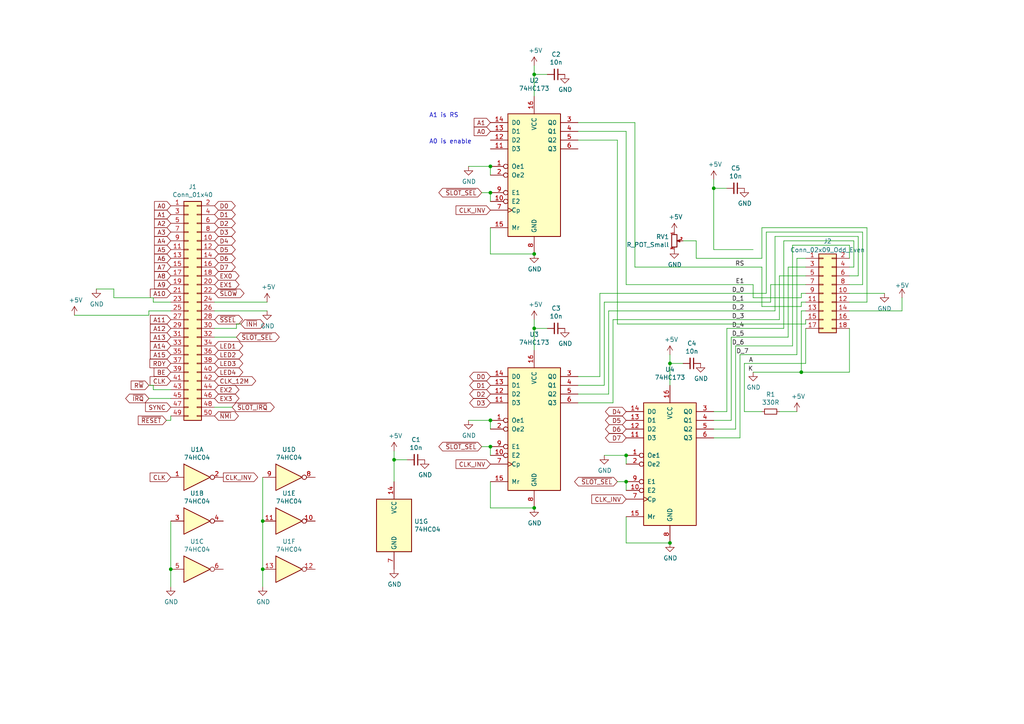
<source format=kicad_sch>
(kicad_sch (version 20211123) (generator eeschema)
  (paper "A4")
  (lib_symbols
    (symbol "74xx:74LS04"
      (property "Reference" "U" (at 0 1.27 0))
      (property "Value" "74LS04" (at 0 -1.27 0))
      (symbol "74LS04_1_0"
        (polyline (pts (xy -3.81 3.81) (xy -3.81 -3.81) (xy 3.81 0) (xy -3.81 3.81)) (stroke (width 0.254)) (fill (type background)))
        (pin input line (at -7.62 0 0) (length 3.81) (name "~") (number "1"))
        (pin output inverted (at 7.62 0 180) (length 3.81) (name "~") (number "2"))
      )
      (symbol "74LS04_2_0"
        (polyline (pts (xy -3.81 3.81) (xy -3.81 -3.81) (xy 3.81 0) (xy -3.81 3.81)) (stroke (width 0.254)) (fill (type background)))
        (pin input line (at -7.62 0 0) (length 3.81) (name "~") (number "3"))
        (pin output inverted (at 7.62 0 180) (length 3.81) (name "~") (number "4"))
      )
      (symbol "74LS04_3_0"
        (polyline (pts (xy -3.81 3.81) (xy -3.81 -3.81) (xy 3.81 0) (xy -3.81 3.81)) (stroke (width 0.254)) (fill (type background)))
        (pin input line (at -7.62 0 0) (length 3.81) (name "~") (number "5"))
        (pin output inverted (at 7.62 0 180) (length 3.81) (name "~") (number "6"))
      )
      (symbol "74LS04_4_0"
        (polyline (pts (xy -3.81 3.81) (xy -3.81 -3.81) (xy 3.81 0) (xy -3.81 3.81)) (stroke (width 0.254)) (fill (type background)))
        (pin output inverted (at 7.62 0 180) (length 3.81) (name "~") (number "8"))
        (pin input line (at -7.62 0 0) (length 3.81) (name "~") (number "9"))
      )
      (symbol "74LS04_5_0"
        (polyline (pts (xy -3.81 3.81) (xy -3.81 -3.81) (xy 3.81 0) (xy -3.81 3.81)) (stroke (width 0.254)) (fill (type background)))
        (pin output inverted (at 7.62 0 180) (length 3.81) (name "~") (number "10"))
        (pin input line (at -7.62 0 0) (length 3.81) (name "~") (number "11"))
      )
      (symbol "74LS04_6_0"
        (polyline (pts (xy -3.81 3.81) (xy -3.81 -3.81) (xy 3.81 0) (xy -3.81 3.81)) (stroke (width 0.254)) (fill (type background)))
        (pin output inverted (at 7.62 0 180) (length 3.81) (name "~") (number "12"))
        (pin input line (at -7.62 0 0) (length 3.81) (name "~") (number "13"))
      )
      (symbol "74LS04_7_0"
        (pin power_in line (at 0 12.7 270) (length 5.08) (name "VCC") (number "14"))
        (pin power_in line (at 0 -12.7 90) (length 5.08) (name "GND") (number "7"))
      )
      (symbol "74LS04_7_1"
        (rectangle (start -5.08 7.62) (end 5.08 -7.62) (stroke (width 0.254)) (fill (type background)))
      )
    )
    (symbol "74xx:74LS173" (pin_names (offset 1.016))
      (property "Reference" "U" (at -7.62 19.05 0))
      (property "Value" "74LS173" (at -7.62 -19.05 0))
      (symbol "74LS173_1_0"
        (pin input inverted (at -12.7 2.54 0) (length 5.08) (name "Oe1") (number "1"))
        (pin input inverted (at -12.7 -7.62 0) (length 5.08) (name "E2") (number "10"))
        (pin input line (at -12.7 7.62 0) (length 5.08) (name "D3") (number "11"))
        (pin input line (at -12.7 10.16 0) (length 5.08) (name "D2") (number "12"))
        (pin input line (at -12.7 12.7 0) (length 5.08) (name "D1") (number "13"))
        (pin input line (at -12.7 15.24 0) (length 5.08) (name "D0") (number "14"))
        (pin input line (at -12.7 -15.24 0) (length 5.08) (name "Mr") (number "15"))
        (pin power_in line (at 0 22.86 270) (length 5.08) (name "VCC") (number "16"))
        (pin input inverted (at -12.7 0 0) (length 5.08) (name "Oe2") (number "2"))
        (pin tri_state line (at 12.7 15.24 180) (length 5.08) (name "Q0") (number "3"))
        (pin tri_state line (at 12.7 12.7 180) (length 5.08) (name "Q1") (number "4"))
        (pin tri_state line (at 12.7 10.16 180) (length 5.08) (name "Q2") (number "5"))
        (pin tri_state line (at 12.7 7.62 180) (length 5.08) (name "Q3") (number "6"))
        (pin input clock (at -12.7 -10.16 0) (length 5.08) (name "Cp") (number "7"))
        (pin power_in line (at 0 -22.86 90) (length 5.08) (name "GND") (number "8"))
        (pin input inverted (at -12.7 -5.08 0) (length 5.08) (name "E1") (number "9"))
      )
      (symbol "74LS173_1_1"
        (rectangle (start -7.62 17.78) (end 7.62 -17.78) (stroke (width 0.254)) (fill (type background)))
      )
    )
    (symbol "Connector_Generic:Conn_02x09_Odd_Even" (pin_names (offset 1.016) hide)
      (property "Reference" "J" (at 1.27 12.7 0))
      (property "Value" "Conn_02x09_Odd_Even" (at 1.27 -12.7 0))
      (symbol "Conn_02x09_Odd_Even_1_1"
        (rectangle (start -1.27 -10.033) (end 0 -10.287) (stroke (width 0.1524)))
        (rectangle (start -1.27 -7.493) (end 0 -7.747) (stroke (width 0.1524)))
        (rectangle (start -1.27 -4.953) (end 0 -5.207) (stroke (width 0.1524)))
        (rectangle (start -1.27 -2.413) (end 0 -2.667) (stroke (width 0.1524)))
        (rectangle (start -1.27 0.127) (end 0 -0.127) (stroke (width 0.1524)))
        (rectangle (start -1.27 2.667) (end 0 2.413) (stroke (width 0.1524)))
        (rectangle (start -1.27 5.207) (end 0 4.953) (stroke (width 0.1524)))
        (rectangle (start -1.27 7.747) (end 0 7.493) (stroke (width 0.1524)))
        (rectangle (start -1.27 10.287) (end 0 10.033) (stroke (width 0.1524)))
        (rectangle (start -1.27 11.43) (end 3.81 -11.43) (stroke (width 0.254)) (fill (type background)))
        (rectangle (start 3.81 -10.033) (end 2.54 -10.287) (stroke (width 0.1524)))
        (rectangle (start 3.81 -7.493) (end 2.54 -7.747) (stroke (width 0.1524)))
        (rectangle (start 3.81 -4.953) (end 2.54 -5.207) (stroke (width 0.1524)))
        (rectangle (start 3.81 -2.413) (end 2.54 -2.667) (stroke (width 0.1524)))
        (rectangle (start 3.81 0.127) (end 2.54 -0.127) (stroke (width 0.1524)))
        (rectangle (start 3.81 2.667) (end 2.54 2.413) (stroke (width 0.1524)))
        (rectangle (start 3.81 5.207) (end 2.54 4.953) (stroke (width 0.1524)))
        (rectangle (start 3.81 7.747) (end 2.54 7.493) (stroke (width 0.1524)))
        (rectangle (start 3.81 10.287) (end 2.54 10.033) (stroke (width 0.1524)))
        (pin passive line (at -5.08 10.16 0) (length 3.81) (name "Pin_1") (number "1"))
        (pin passive line (at 7.62 0 180) (length 3.81) (name "Pin_10") (number "10"))
        (pin passive line (at -5.08 -2.54 0) (length 3.81) (name "Pin_11") (number "11"))
        (pin passive line (at 7.62 -2.54 180) (length 3.81) (name "Pin_12") (number "12"))
        (pin passive line (at -5.08 -5.08 0) (length 3.81) (name "Pin_13") (number "13"))
        (pin passive line (at 7.62 -5.08 180) (length 3.81) (name "Pin_14") (number "14"))
        (pin passive line (at -5.08 -7.62 0) (length 3.81) (name "Pin_15") (number "15"))
        (pin passive line (at 7.62 -7.62 180) (length 3.81) (name "Pin_16") (number "16"))
        (pin passive line (at -5.08 -10.16 0) (length 3.81) (name "Pin_17") (number "17"))
        (pin passive line (at 7.62 -10.16 180) (length 3.81) (name "Pin_18") (number "18"))
        (pin passive line (at 7.62 10.16 180) (length 3.81) (name "Pin_2") (number "2"))
        (pin passive line (at -5.08 7.62 0) (length 3.81) (name "Pin_3") (number "3"))
        (pin passive line (at 7.62 7.62 180) (length 3.81) (name "Pin_4") (number "4"))
        (pin passive line (at -5.08 5.08 0) (length 3.81) (name "Pin_5") (number "5"))
        (pin passive line (at 7.62 5.08 180) (length 3.81) (name "Pin_6") (number "6"))
        (pin passive line (at -5.08 2.54 0) (length 3.81) (name "Pin_7") (number "7"))
        (pin passive line (at 7.62 2.54 180) (length 3.81) (name "Pin_8") (number "8"))
        (pin passive line (at -5.08 0 0) (length 3.81) (name "Pin_9") (number "9"))
      )
    )
    (symbol "Connector_Generic:Conn_02x25_Odd_Even" (pin_names (offset 1.016) hide)
      (property "Reference" "J" (at 1.27 33.02 0))
      (property "Value" "Conn_02x25_Odd_Even" (at 1.27 -33.02 0))
      (symbol "Conn_02x25_Odd_Even_1_1"
        (rectangle (start -1.27 -30.353) (end 0 -30.607) (stroke (width 0.1524)))
        (rectangle (start -1.27 -27.813) (end 0 -28.067) (stroke (width 0.1524)))
        (rectangle (start -1.27 -25.273) (end 0 -25.527) (stroke (width 0.1524)))
        (rectangle (start -1.27 -22.733) (end 0 -22.987) (stroke (width 0.1524)))
        (rectangle (start -1.27 -20.193) (end 0 -20.447) (stroke (width 0.1524)))
        (rectangle (start -1.27 -17.653) (end 0 -17.907) (stroke (width 0.1524)))
        (rectangle (start -1.27 -15.113) (end 0 -15.367) (stroke (width 0.1524)))
        (rectangle (start -1.27 -12.573) (end 0 -12.827) (stroke (width 0.1524)))
        (rectangle (start -1.27 -10.033) (end 0 -10.287) (stroke (width 0.1524)))
        (rectangle (start -1.27 -7.493) (end 0 -7.747) (stroke (width 0.1524)))
        (rectangle (start -1.27 -4.953) (end 0 -5.207) (stroke (width 0.1524)))
        (rectangle (start -1.27 -2.413) (end 0 -2.667) (stroke (width 0.1524)))
        (rectangle (start -1.27 0.127) (end 0 -0.127) (stroke (width 0.1524)))
        (rectangle (start -1.27 2.667) (end 0 2.413) (stroke (width 0.1524)))
        (rectangle (start -1.27 5.207) (end 0 4.953) (stroke (width 0.1524)))
        (rectangle (start -1.27 7.747) (end 0 7.493) (stroke (width 0.1524)))
        (rectangle (start -1.27 10.287) (end 0 10.033) (stroke (width 0.1524)))
        (rectangle (start -1.27 12.827) (end 0 12.573) (stroke (width 0.1524)))
        (rectangle (start -1.27 15.367) (end 0 15.113) (stroke (width 0.1524)))
        (rectangle (start -1.27 17.907) (end 0 17.653) (stroke (width 0.1524)))
        (rectangle (start -1.27 20.447) (end 0 20.193) (stroke (width 0.1524)))
        (rectangle (start -1.27 22.987) (end 0 22.733) (stroke (width 0.1524)))
        (rectangle (start -1.27 25.527) (end 0 25.273) (stroke (width 0.1524)))
        (rectangle (start -1.27 28.067) (end 0 27.813) (stroke (width 0.1524)))
        (rectangle (start -1.27 30.607) (end 0 30.353) (stroke (width 0.1524)))
        (rectangle (start -1.27 31.75) (end 3.81 -31.75) (stroke (width 0.254)) (fill (type background)))
        (rectangle (start 3.81 -30.353) (end 2.54 -30.607) (stroke (width 0.1524)))
        (rectangle (start 3.81 -27.813) (end 2.54 -28.067) (stroke (width 0.1524)))
        (rectangle (start 3.81 -25.273) (end 2.54 -25.527) (stroke (width 0.1524)))
        (rectangle (start 3.81 -22.733) (end 2.54 -22.987) (stroke (width 0.1524)))
        (rectangle (start 3.81 -20.193) (end 2.54 -20.447) (stroke (width 0.1524)))
        (rectangle (start 3.81 -17.653) (end 2.54 -17.907) (stroke (width 0.1524)))
        (rectangle (start 3.81 -15.113) (end 2.54 -15.367) (stroke (width 0.1524)))
        (rectangle (start 3.81 -12.573) (end 2.54 -12.827) (stroke (width 0.1524)))
        (rectangle (start 3.81 -10.033) (end 2.54 -10.287) (stroke (width 0.1524)))
        (rectangle (start 3.81 -7.493) (end 2.54 -7.747) (stroke (width 0.1524)))
        (rectangle (start 3.81 -4.953) (end 2.54 -5.207) (stroke (width 0.1524)))
        (rectangle (start 3.81 -2.413) (end 2.54 -2.667) (stroke (width 0.1524)))
        (rectangle (start 3.81 0.127) (end 2.54 -0.127) (stroke (width 0.1524)))
        (rectangle (start 3.81 2.667) (end 2.54 2.413) (stroke (width 0.1524)))
        (rectangle (start 3.81 5.207) (end 2.54 4.953) (stroke (width 0.1524)))
        (rectangle (start 3.81 7.747) (end 2.54 7.493) (stroke (width 0.1524)))
        (rectangle (start 3.81 10.287) (end 2.54 10.033) (stroke (width 0.1524)))
        (rectangle (start 3.81 12.827) (end 2.54 12.573) (stroke (width 0.1524)))
        (rectangle (start 3.81 15.367) (end 2.54 15.113) (stroke (width 0.1524)))
        (rectangle (start 3.81 17.907) (end 2.54 17.653) (stroke (width 0.1524)))
        (rectangle (start 3.81 20.447) (end 2.54 20.193) (stroke (width 0.1524)))
        (rectangle (start 3.81 22.987) (end 2.54 22.733) (stroke (width 0.1524)))
        (rectangle (start 3.81 25.527) (end 2.54 25.273) (stroke (width 0.1524)))
        (rectangle (start 3.81 28.067) (end 2.54 27.813) (stroke (width 0.1524)))
        (rectangle (start 3.81 30.607) (end 2.54 30.353) (stroke (width 0.1524)))
        (pin passive line (at -5.08 30.48 0) (length 3.81) (name "Pin_1") (number "1"))
        (pin passive line (at 7.62 20.32 180) (length 3.81) (name "Pin_10") (number "10"))
        (pin passive line (at -5.08 17.78 0) (length 3.81) (name "Pin_11") (number "11"))
        (pin passive line (at 7.62 17.78 180) (length 3.81) (name "Pin_12") (number "12"))
        (pin passive line (at -5.08 15.24 0) (length 3.81) (name "Pin_13") (number "13"))
        (pin passive line (at 7.62 15.24 180) (length 3.81) (name "Pin_14") (number "14"))
        (pin passive line (at -5.08 12.7 0) (length 3.81) (name "Pin_15") (number "15"))
        (pin passive line (at 7.62 12.7 180) (length 3.81) (name "Pin_16") (number "16"))
        (pin passive line (at -5.08 10.16 0) (length 3.81) (name "Pin_17") (number "17"))
        (pin passive line (at 7.62 10.16 180) (length 3.81) (name "Pin_18") (number "18"))
        (pin passive line (at -5.08 7.62 0) (length 3.81) (name "Pin_19") (number "19"))
        (pin passive line (at 7.62 30.48 180) (length 3.81) (name "Pin_2") (number "2"))
        (pin passive line (at 7.62 7.62 180) (length 3.81) (name "Pin_20") (number "20"))
        (pin passive line (at -5.08 5.08 0) (length 3.81) (name "Pin_21") (number "21"))
        (pin passive line (at 7.62 5.08 180) (length 3.81) (name "Pin_22") (number "22"))
        (pin passive line (at -5.08 2.54 0) (length 3.81) (name "Pin_23") (number "23"))
        (pin passive line (at 7.62 2.54 180) (length 3.81) (name "Pin_24") (number "24"))
        (pin passive line (at -5.08 0 0) (length 3.81) (name "Pin_25") (number "25"))
        (pin passive line (at 7.62 0 180) (length 3.81) (name "Pin_26") (number "26"))
        (pin passive line (at -5.08 -2.54 0) (length 3.81) (name "Pin_27") (number "27"))
        (pin passive line (at 7.62 -2.54 180) (length 3.81) (name "Pin_28") (number "28"))
        (pin passive line (at -5.08 -5.08 0) (length 3.81) (name "Pin_29") (number "29"))
        (pin passive line (at -5.08 27.94 0) (length 3.81) (name "Pin_3") (number "3"))
        (pin passive line (at 7.62 -5.08 180) (length 3.81) (name "Pin_30") (number "30"))
        (pin passive line (at -5.08 -7.62 0) (length 3.81) (name "Pin_31") (number "31"))
        (pin passive line (at 7.62 -7.62 180) (length 3.81) (name "Pin_32") (number "32"))
        (pin passive line (at -5.08 -10.16 0) (length 3.81) (name "Pin_33") (number "33"))
        (pin passive line (at 7.62 -10.16 180) (length 3.81) (name "Pin_34") (number "34"))
        (pin passive line (at -5.08 -12.7 0) (length 3.81) (name "Pin_35") (number "35"))
        (pin passive line (at 7.62 -12.7 180) (length 3.81) (name "Pin_36") (number "36"))
        (pin passive line (at -5.08 -15.24 0) (length 3.81) (name "Pin_37") (number "37"))
        (pin passive line (at 7.62 -15.24 180) (length 3.81) (name "Pin_38") (number "38"))
        (pin passive line (at -5.08 -17.78 0) (length 3.81) (name "Pin_39") (number "39"))
        (pin passive line (at 7.62 27.94 180) (length 3.81) (name "Pin_4") (number "4"))
        (pin passive line (at 7.62 -17.78 180) (length 3.81) (name "Pin_40") (number "40"))
        (pin passive line (at -5.08 -20.32 0) (length 3.81) (name "Pin_41") (number "41"))
        (pin passive line (at 7.62 -20.32 180) (length 3.81) (name "Pin_42") (number "42"))
        (pin passive line (at -5.08 -22.86 0) (length 3.81) (name "Pin_43") (number "43"))
        (pin passive line (at 7.62 -22.86 180) (length 3.81) (name "Pin_44") (number "44"))
        (pin passive line (at -5.08 -25.4 0) (length 3.81) (name "Pin_45") (number "45"))
        (pin passive line (at 7.62 -25.4 180) (length 3.81) (name "Pin_46") (number "46"))
        (pin passive line (at -5.08 -27.94 0) (length 3.81) (name "Pin_47") (number "47"))
        (pin passive line (at 7.62 -27.94 180) (length 3.81) (name "Pin_48") (number "48"))
        (pin passive line (at -5.08 -30.48 0) (length 3.81) (name "Pin_49") (number "49"))
        (pin passive line (at -5.08 25.4 0) (length 3.81) (name "Pin_5") (number "5"))
        (pin passive line (at 7.62 -30.48 180) (length 3.81) (name "Pin_50") (number "50"))
        (pin passive line (at 7.62 25.4 180) (length 3.81) (name "Pin_6") (number "6"))
        (pin passive line (at -5.08 22.86 0) (length 3.81) (name "Pin_7") (number "7"))
        (pin passive line (at 7.62 22.86 180) (length 3.81) (name "Pin_8") (number "8"))
        (pin passive line (at -5.08 20.32 0) (length 3.81) (name "Pin_9") (number "9"))
      )
    )
    (symbol "Device:C_Small" (pin_numbers hide) (pin_names (offset 0.254) hide)
      (property "Reference" "C" (at 0.254 1.778 0))
      (property "Value" "C_Small" (at 0.254 -2.032 0))
      (symbol "C_Small_0_1"
        (polyline (pts (xy -1.524 -0.508) (xy 1.524 -0.508)) (stroke (width 0.3302)))
        (polyline (pts (xy -1.524 0.508) (xy 1.524 0.508)) (stroke (width 0.3048)))
      )
      (symbol "C_Small_1_1"
        (pin passive line (at 0 2.54 270) (length 2.032) (name "~") (number "1"))
        (pin passive line (at 0 -2.54 90) (length 2.032) (name "~") (number "2"))
      )
    )
    (symbol "Device:R_POT_Small" (pin_names (offset 1.016) hide)
      (property "Reference" "RV" (at -4.445 0 90))
      (property "Value" "Device_R_POT_Small" (at -2.54 0 90))
      (symbol "R_POT_Small_0_1"
        (polyline (pts (xy 0.889 0) (xy 0.635 0) (xy 1.651 0.381) (xy 1.651 -0.381) (xy 0.635 0) (xy 0.889 0)) (fill (type outline)))
        (rectangle (start 0.762 1.8034) (end -0.762 -1.8034) (stroke (width 0.254)))
      )
      (symbol "R_POT_Small_1_1"
        (pin passive line (at 0 2.54 270) (length 0.635) (name "1") (number "1"))
        (pin passive line (at 2.54 0 180) (length 0.9906) (name "2") (number "2"))
        (pin passive line (at 0 -2.54 90) (length 0.635) (name "3") (number "3"))
      )
    )
    (symbol "Device:R_Small" (pin_numbers hide) (pin_names (offset 0.254) hide)
      (property "Reference" "R" (at 0.762 0.508 0))
      (property "Value" "R_Small" (at 0.762 -1.016 0))
      (symbol "R_Small_0_1"
        (rectangle (start -0.762 1.778) (end 0.762 -1.778) (stroke (width 0.2032)))
      )
      (symbol "R_Small_1_1"
        (pin passive line (at 0 2.54 270) (length 0.762) (name "~") (number "1"))
        (pin passive line (at 0 -2.54 90) (length 0.762) (name "~") (number "2"))
      )
    )
    (symbol "power:+5V" (power) (pin_names (offset 0))
      (property "Value" "+5V" (at 0 3.556 0))
      (symbol "+5V_0_1"
        (polyline (pts (xy -0.762 1.27) (xy 0 2.54)))
        (polyline (pts (xy 0 0) (xy 0 2.54)))
        (polyline (pts (xy 0 2.54) (xy 0.762 1.27)))
      )
      (symbol "+5V_1_1"
        (pin power_in line (at 0 0 90) (length 0) hide (name "+5V") (number "1"))
      )
    )
    (symbol "power:GND" (power) (pin_names (offset 0))
      (property "Value" "GND" (at 0 -3.81 0))
      (symbol "GND_0_1"
        (polyline (pts (xy 0 0) (xy 0 -1.27) (xy 1.27 -1.27) (xy 0 -2.54) (xy -1.27 -1.27) (xy 0 -1.27)))
      )
      (symbol "GND_1_1"
        (pin power_in line (at 0 0 270) (length 0) hide (name "GND") (number "1"))
      )
    )
  )
  (junction (at 142.24 48.26))
  (junction (at 194.31 157.48))
  (junction (at 194.31 105.41))
  (junction (at 154.94 73.66))
  (junction (at 232.41 107.95))
  (junction (at 114.3 133.35))
  (junction (at 142.24 55.88))
  (junction (at 49.53 165.1))
  (junction (at 76.2 165.1))
  (junction (at 76.2 151.13))
  (junction (at 142.24 129.54))
  (junction (at 181.61 139.7))
  (junction (at 181.61 132.08))
  (junction (at 207.01 54.61))
  (junction (at 142.24 121.92))
  (junction (at 154.94 147.32))
  (junction (at 154.94 95.25))
  (junction (at 154.94 21.59))
  (wire (pts (xy 184.15 77.47) (xy 184.15 35.56)))
  (wire (pts (xy 179.07 93.98) (xy 179.07 40.64)))
  (wire (pts (xy 44.45 111.76) (xy 44.45 113.03)))
  (wire (pts (xy 176.53 90.17) (xy 176.53 114.3)))
  (wire (pts (xy 181.61 38.1) (xy 181.61 82.55)))
  (wire (pts (xy 184.15 77.47) (xy 220.98 77.47)))
  (wire (pts (xy 142.24 55.88) (xy 139.7 55.88)))
  (wire (pts (xy 33.02 86.36) (xy 33.02 83.82)))
  (wire (pts (xy 210.82 119.38) (xy 210.82 95.25)))
  (wire (pts (xy 33.02 83.82) (xy 27.94 83.82)))
  (wire (pts (xy 223.52 82.55) (xy 223.52 87.63)))
  (wire (pts (xy 181.61 157.48) (xy 194.31 157.48)))
  (wire (pts (xy 246.38 80.01) (xy 248.92 80.01)))
  (wire (pts (xy 233.68 80.01) (xy 226.06 80.01)))
  (wire (pts (xy 261.62 90.17) (xy 261.62 86.36)))
  (wire (pts (xy 232.41 90.17) (xy 232.41 107.95)))
  (wire (pts (xy 232.41 85.09) (xy 233.68 85.09)))
  (wire (pts (xy 158.75 21.59) (xy 154.94 21.59)))
  (wire (pts (xy 233.68 90.17) (xy 232.41 90.17)))
  (wire (pts (xy 207.01 54.61) (xy 207.01 72.39)))
  (wire (pts (xy 44.45 113.03) (xy 49.53 113.03)))
  (wire (pts (xy 118.11 133.35) (xy 114.3 133.35)))
  (wire (pts (xy 177.8 92.71) (xy 177.8 116.84)))
  (wire (pts (xy 62.23 90.17) (xy 77.47 90.17)))
  (wire (pts (xy 214.63 127) (xy 207.01 127)))
  (wire (pts (xy 231.14 74.93) (xy 231.14 102.87)))
  (wire (pts (xy 207.01 121.92) (xy 212.09 121.92)))
  (wire (pts (xy 233.68 74.93) (xy 231.14 74.93)))
  (wire (pts (xy 248.92 68.58) (xy 224.79 68.58)))
  (wire (pts (xy 212.09 97.79) (xy 228.6 97.79)))
  (wire (pts (xy 21.59 91.44) (xy 43.18 91.44)))
  (wire (pts (xy 198.12 105.41) (xy 194.31 105.41)))
  (wire (pts (xy 201.93 74.93) (xy 201.93 69.85)))
  (wire (pts (xy 210.82 54.61) (xy 207.01 54.61)))
  (wire (pts (xy 250.19 82.55) (xy 250.19 67.31)))
  (wire (pts (xy 218.44 82.55) (xy 181.61 82.55)))
  (wire (pts (xy 142.24 66.04) (xy 142.24 73.66)))
  (wire (pts (xy 181.61 132.08) (xy 181.61 134.62)))
  (wire (pts (xy 251.46 87.63) (xy 246.38 87.63)))
  (wire (pts (xy 67.31 118.11) (xy 62.23 118.11)))
  (wire (pts (xy 207.01 119.38) (xy 210.82 119.38)))
  (wire (pts (xy 201.93 74.93) (xy 220.98 74.93)))
  (wire (pts (xy 76.2 151.13) (xy 76.2 138.43)))
  (wire (pts (xy 213.36 100.33) (xy 229.87 100.33)))
  (wire (pts (xy 44.45 87.63) (xy 49.53 87.63)))
  (wire (pts (xy 194.31 105.41) (xy 194.31 102.87)))
  (wire (pts (xy 233.68 92.71) (xy 233.68 93.98)))
  (wire (pts (xy 135.89 121.92) (xy 142.24 121.92)))
  (wire (pts (xy 218.44 82.55) (xy 218.44 86.36)))
  (wire (pts (xy 246.38 107.95) (xy 232.41 107.95)))
  (wire (pts (xy 227.33 69.85) (xy 227.33 95.25)))
  (wire (pts (xy 142.24 121.92) (xy 142.24 124.46)))
  (wire (pts (xy 175.26 132.08) (xy 181.61 132.08)))
  (wire (pts (xy 62.23 87.63) (xy 77.47 87.63)))
  (wire (pts (xy 212.09 121.92) (xy 212.09 97.79)))
  (wire (pts (xy 181.61 149.86) (xy 181.61 157.48)))
  (wire (pts (xy 218.44 72.39) (xy 207.01 72.39)))
  (wire (pts (xy 179.07 40.64) (xy 167.64 40.64)))
  (wire (pts (xy 247.65 69.85) (xy 227.33 69.85)))
  (wire (pts (xy 181.61 142.24) (xy 181.61 139.7)))
  (wire (pts (xy 247.65 77.47) (xy 247.65 69.85)))
  (wire (pts (xy 48.26 121.92) (xy 49.53 121.92)))
  (wire (pts (xy 177.8 92.71) (xy 226.06 92.71)))
  (wire (pts (xy 69.85 93.98) (xy 68.58 93.98)))
  (wire (pts (xy 175.26 87.63) (xy 223.52 87.63)))
  (wire (pts (xy 213.36 124.46) (xy 213.36 100.33)))
  (wire (pts (xy 215.9 105.41) (xy 233.68 105.41)))
  (wire (pts (xy 43.18 91.44) (xy 43.18 90.17)))
  (wire (pts (xy 233.68 87.63) (xy 232.41 87.63)))
  (wire (pts (xy 181.61 139.7) (xy 179.07 139.7)))
  (wire (pts (xy 142.24 129.54) (xy 139.7 129.54)))
  (wire (pts (xy 246.38 95.25) (xy 246.38 107.95)))
  (wire (pts (xy 232.41 107.95) (xy 218.44 107.95)))
  (wire (pts (xy 224.79 68.58) (xy 224.79 90.17)))
  (wire (pts (xy 218.44 86.36) (xy 232.41 86.36)))
  (wire (pts (xy 194.31 111.76) (xy 194.31 105.41)))
  (wire (pts (xy 44.45 87.63) (xy 44.45 86.36)))
  (wire (pts (xy 207.01 124.46) (xy 213.36 124.46)))
  (wire (pts (xy 49.53 121.92) (xy 49.53 120.65)))
  (wire (pts (xy 49.53 90.17) (xy 43.18 90.17)))
  (wire (pts (xy 231.14 119.38) (xy 226.06 119.38)))
  (wire (pts (xy 246.38 71.12) (xy 229.87 71.12)))
  (wire (pts (xy 233.68 77.47) (xy 228.6 77.47)))
  (wire (pts (xy 246.38 90.17) (xy 261.62 90.17)))
  (wire (pts (xy 214.63 102.87) (xy 214.63 127)))
  (wire (pts (xy 246.38 74.93) (xy 246.38 71.12)))
  (wire (pts (xy 220.98 119.38) (xy 215.9 119.38)))
  (wire (pts (xy 220.98 88.9) (xy 220.98 77.47)))
  (wire (pts (xy 222.25 67.31) (xy 222.25 85.09)))
  (wire (pts (xy 167.64 111.76) (xy 175.26 111.76)))
  (wire (pts (xy 76.2 170.18) (xy 76.2 165.1)))
  (wire (pts (xy 142.24 139.7) (xy 142.24 147.32)))
  (wire (pts (xy 246.38 82.55) (xy 250.19 82.55)))
  (wire (pts (xy 154.94 27.94) (xy 154.94 21.59)))
  (wire (pts (xy 246.38 77.47) (xy 247.65 77.47)))
  (wire (pts (xy 177.8 116.84) (xy 167.64 116.84)))
  (wire (pts (xy 173.99 109.22) (xy 167.64 109.22)))
  (wire (pts (xy 176.53 90.17) (xy 224.79 90.17)))
  (wire (pts (xy 68.58 97.79) (xy 62.23 97.79)))
  (wire (pts (xy 232.41 86.36) (xy 232.41 85.09)))
  (wire (pts (xy 114.3 139.7) (xy 114.3 133.35)))
  (wire (pts (xy 210.82 95.25) (xy 227.33 95.25)))
  (wire (pts (xy 233.68 93.98) (xy 179.07 93.98)))
  (wire (pts (xy 154.94 101.6) (xy 154.94 95.25)))
  (wire (pts (xy 226.06 80.01) (xy 226.06 92.71)))
  (wire (pts (xy 68.58 93.98) (xy 68.58 95.25)))
  (wire (pts (xy 175.26 111.76) (xy 175.26 87.63)))
  (wire (pts (xy 229.87 71.12) (xy 229.87 100.33)))
  (wire (pts (xy 142.24 48.26) (xy 142.24 50.8)))
  (wire (pts (xy 142.24 73.66) (xy 154.94 73.66)))
  (wire (pts (xy 246.38 85.09) (xy 256.54 85.09)))
  (wire (pts (xy 154.94 95.25) (xy 154.94 92.71)))
  (wire (pts (xy 114.3 133.35) (xy 114.3 130.81)))
  (wire (pts (xy 233.68 82.55) (xy 223.52 82.55)))
  (wire (pts (xy 250.19 67.31) (xy 222.25 67.31)))
  (wire (pts (xy 68.58 95.25) (xy 62.23 95.25)))
  (wire (pts (xy 154.94 21.59) (xy 154.94 19.05)))
  (wire (pts (xy 214.63 102.87) (xy 231.14 102.87)))
  (wire (pts (xy 184.15 35.56) (xy 167.64 35.56)))
  (wire (pts (xy 233.68 95.25) (xy 233.68 105.41)))
  (wire (pts (xy 228.6 77.47) (xy 228.6 97.79)))
  (wire (pts (xy 176.53 114.3) (xy 167.64 114.3)))
  (wire (pts (xy 215.9 119.38) (xy 215.9 105.41)))
  (wire (pts (xy 43.18 111.76) (xy 44.45 111.76)))
  (wire (pts (xy 173.99 85.09) (xy 222.25 85.09)))
  (wire (pts (xy 142.24 147.32) (xy 154.94 147.32)))
  (wire (pts (xy 43.18 115.57) (xy 49.53 115.57)))
  (wire (pts (xy 232.41 88.9) (xy 220.98 88.9)))
  (wire (pts (xy 248.92 80.01) (xy 248.92 68.58)))
  (wire (pts (xy 232.41 87.63) (xy 232.41 88.9)))
  (wire (pts (xy 142.24 132.08) (xy 142.24 129.54)))
  (wire (pts (xy 220.98 74.93) (xy 220.98 66.04)))
  (wire (pts (xy 158.75 95.25) (xy 154.94 95.25)))
  (wire (pts (xy 76.2 165.1) (xy 76.2 151.13)))
  (wire (pts (xy 33.02 86.36) (xy 44.45 86.36)))
  (wire (pts (xy 207.01 54.61) (xy 207.01 52.07)))
  (wire (pts (xy 181.61 38.1) (xy 167.64 38.1)))
  (wire (pts (xy 142.24 58.42) (xy 142.24 55.88)))
  (wire (pts (xy 135.89 48.26) (xy 142.24 48.26)))
  (wire (pts (xy 251.46 66.04) (xy 251.46 87.63)))
  (wire (pts (xy 173.99 85.09) (xy 173.99 109.22)))
  (wire (pts (xy 201.93 69.85) (xy 198.12 69.85)))
  (wire (pts (xy 49.53 165.1) (xy 49.53 151.13)))
  (wire (pts (xy 220.98 66.04) (xy 251.46 66.04)))
  (wire (pts (xy 49.53 170.18) (xy 49.53 165.1)))
  (text "A1 is RS" (at 124.46 34.29 0) (effects (font (size 1.27 1.27)) (justify left bottom)))
  (text "A0 is enable" (at 124.46 41.91 0) (effects (font (size 1.27 1.27)) (justify left bottom)))
  (label "D_3" (at 215.9 92.71 180))
  (label "A" (at 218.44 105.41 180))
  (label "D_4" (at 215.9 95.25 180))
  (label "D_7" (at 217.17 102.87 180))
  (label "K" (at 218.44 107.95 180))
  (label "D_1" (at 215.9 87.63 180))
  (label "D_5" (at 215.9 97.79 180))
  (label "D_6" (at 215.9 100.33 180))
  (label "RS" (at 215.9 77.47 180))
  (label "E1" (at 215.9 82.55 180))
  (label "D_2" (at 215.9 90.17 180))
  (label "D_0" (at 215.9 85.09 180))
  (global_label "CLK_INV" (shape output) (at 64.77 138.43 0) (property "Intersheet References" "${INTERSHEET_REFS}" (effects hide)))
  (global_label "CLK" (shape input) (at 49.53 110.49 180) (property "Intersheet References" "${INTERSHEET_REFS}" (effects hide)))
  (global_label "~{IRQ}" (shape bidirectional) (at 43.18 115.57 180) (property "Intersheet References" "${INTERSHEET_REFS}" (effects hide)))
  (global_label "D0" (shape bidirectional) (at 62.23 59.69 0) (property "Intersheet References" "${INTERSHEET_REFS}" (effects hide)))
  (global_label "LED4" (shape bidirectional) (at 62.23 107.95 0) (property "Intersheet References" "${INTERSHEET_REFS}" (effects hide)))
  (global_label "A8" (shape input) (at 49.53 80.01 180) (property "Intersheet References" "${INTERSHEET_REFS}" (effects hide)))
  (global_label "A14" (shape input) (at 49.53 100.33 180) (property "Intersheet References" "${INTERSHEET_REFS}" (effects hide)))
  (global_label "D7" (shape bidirectional) (at 181.61 127 180) (property "Intersheet References" "${INTERSHEET_REFS}" (effects hide)))
  (global_label "EX0" (shape bidirectional) (at 62.23 80.01 0) (property "Intersheet References" "${INTERSHEET_REFS}" (effects hide)))
  (global_label "CLK_INV" (shape input) (at 142.24 134.62 180) (property "Intersheet References" "${INTERSHEET_REFS}" (effects hide)))
  (global_label "A15" (shape input) (at 49.53 102.87 180) (property "Intersheet References" "${INTERSHEET_REFS}" (effects hide)))
  (global_label "A10" (shape input) (at 49.53 85.09 180) (property "Intersheet References" "${INTERSHEET_REFS}" (effects hide)))
  (global_label "CLK_INV" (shape input) (at 181.61 144.78 180) (property "Intersheet References" "${INTERSHEET_REFS}" (effects hide)))
  (global_label "~{RESET}" (shape input) (at 48.26 121.92 180) (property "Intersheet References" "${INTERSHEET_REFS}" (effects hide)))
  (global_label "CLK" (shape input) (at 49.53 138.43 180) (property "Intersheet References" "${INTERSHEET_REFS}" (effects hide)))
  (global_label "D7" (shape bidirectional) (at 62.23 77.47 0) (property "Intersheet References" "${INTERSHEET_REFS}" (effects hide)))
  (global_label "~{SLOT_SEL}" (shape bidirectional) (at 68.58 97.79 0) (property "Intersheet References" "${INTERSHEET_REFS}" (effects hide)))
  (global_label "LED2" (shape bidirectional) (at 62.23 102.87 0) (property "Intersheet References" "${INTERSHEET_REFS}" (effects hide)))
  (global_label "~{NMI}" (shape bidirectional) (at 62.23 120.65 0) (property "Intersheet References" "${INTERSHEET_REFS}" (effects hide)))
  (global_label "EX3" (shape bidirectional) (at 62.23 115.57 0) (property "Intersheet References" "${INTERSHEET_REFS}" (effects hide)))
  (global_label "LED1" (shape bidirectional) (at 62.23 100.33 0) (property "Intersheet References" "${INTERSHEET_REFS}" (effects hide)))
  (global_label "LED3" (shape bidirectional) (at 62.23 105.41 0) (property "Intersheet References" "${INTERSHEET_REFS}" (effects hide)))
  (global_label "~{SLOT_SEL}" (shape bidirectional) (at 139.7 129.54 180) (property "Intersheet References" "${INTERSHEET_REFS}" (effects hide)))
  (global_label "SYNC" (shape input) (at 49.53 118.11 180) (property "Intersheet References" "${INTERSHEET_REFS}" (effects hide)))
  (global_label "EX2" (shape bidirectional) (at 62.23 113.03 0) (property "Intersheet References" "${INTERSHEET_REFS}" (effects hide)))
  (global_label "D2" (shape bidirectional) (at 142.24 114.3 180) (property "Intersheet References" "${INTERSHEET_REFS}" (effects hide)))
  (global_label "A1" (shape input) (at 49.53 62.23 180) (property "Intersheet References" "${INTERSHEET_REFS}" (effects hide)))
  (global_label "R~{W}" (shape input) (at 43.18 111.76 180) (property "Intersheet References" "${INTERSHEET_REFS}" (effects hide)))
  (global_label "A3" (shape input) (at 49.53 67.31 180) (property "Intersheet References" "${INTERSHEET_REFS}" (effects hide)))
  (global_label "~{SLOT_SEL}" (shape bidirectional) (at 179.07 139.7 180) (property "Intersheet References" "${INTERSHEET_REFS}" (effects hide)))
  (global_label "D4" (shape bidirectional) (at 181.61 119.38 180) (property "Intersheet References" "${INTERSHEET_REFS}" (effects hide)))
  (global_label "D1" (shape bidirectional) (at 62.23 62.23 0) (property "Intersheet References" "${INTERSHEET_REFS}" (effects hide)))
  (global_label "~{SLOW}" (shape bidirectional) (at 62.23 85.09 0) (property "Intersheet References" "${INTERSHEET_REFS}" (effects hide)))
  (global_label "RDY" (shape input) (at 49.53 105.41 180) (property "Intersheet References" "${INTERSHEET_REFS}" (effects hide)))
  (global_label "A0" (shape input) (at 142.24 38.1 180) (property "Intersheet References" "${INTERSHEET_REFS}" (effects hide)))
  (global_label "~{SLOT_SEL}" (shape bidirectional) (at 139.7 55.88 180) (property "Intersheet References" "${INTERSHEET_REFS}" (effects hide)))
  (global_label "A13" (shape input) (at 49.53 97.79 180) (property "Intersheet References" "${INTERSHEET_REFS}" (effects hide)))
  (global_label "A2" (shape input) (at 49.53 64.77 180) (property "Intersheet References" "${INTERSHEET_REFS}" (effects hide)))
  (global_label "D4" (shape bidirectional) (at 62.23 69.85 0) (property "Intersheet References" "${INTERSHEET_REFS}" (effects hide)))
  (global_label "EX1" (shape bidirectional) (at 62.23 82.55 0) (property "Intersheet References" "${INTERSHEET_REFS}" (effects hide)))
  (global_label "A0" (shape input) (at 49.53 59.69 180) (property "Intersheet References" "${INTERSHEET_REFS}" (effects hide)))
  (global_label "BE" (shape input) (at 49.53 107.95 180) (property "Intersheet References" "${INTERSHEET_REFS}" (effects hide)))
  (global_label "D6" (shape bidirectional) (at 181.61 124.46 180) (property "Intersheet References" "${INTERSHEET_REFS}" (effects hide)))
  (global_label "A6" (shape input) (at 49.53 74.93 180) (property "Intersheet References" "${INTERSHEET_REFS}" (effects hide)))
  (global_label "~{SLOT_IRQ}" (shape bidirectional) (at 67.31 118.11 0) (property "Intersheet References" "${INTERSHEET_REFS}" (effects hide)))
  (global_label "D3" (shape bidirectional) (at 62.23 67.31 0) (property "Intersheet References" "${INTERSHEET_REFS}" (effects hide)))
  (global_label "A9" (shape input) (at 49.53 82.55 180) (property "Intersheet References" "${INTERSHEET_REFS}" (effects hide)))
  (global_label "D2" (shape bidirectional) (at 62.23 64.77 0) (property "Intersheet References" "${INTERSHEET_REFS}" (effects hide)))
  (global_label "A1" (shape input) (at 142.24 35.56 180) (property "Intersheet References" "${INTERSHEET_REFS}" (effects hide)))
  (global_label "A7" (shape input) (at 49.53 77.47 180) (property "Intersheet References" "${INTERSHEET_REFS}" (effects hide)))
  (global_label "A11" (shape input) (at 49.53 92.71 180) (property "Intersheet References" "${INTERSHEET_REFS}" (effects hide)))
  (global_label "~{SSEL}" (shape bidirectional) (at 62.23 92.71 0) (property "Intersheet References" "${INTERSHEET_REFS}" (effects hide)))
  (global_label "D0" (shape bidirectional) (at 142.24 109.22 180) (property "Intersheet References" "${INTERSHEET_REFS}" (effects hide)))
  (global_label "A12" (shape input) (at 49.53 95.25 180) (property "Intersheet References" "${INTERSHEET_REFS}" (effects hide)))
  (global_label "D5" (shape bidirectional) (at 62.23 72.39 0) (property "Intersheet References" "${INTERSHEET_REFS}" (effects hide)))
  (global_label "D5" (shape bidirectional) (at 181.61 121.92 180) (property "Intersheet References" "${INTERSHEET_REFS}" (effects hide)))
  (global_label "CLK_12M" (shape bidirectional) (at 62.23 110.49 0) (property "Intersheet References" "${INTERSHEET_REFS}" (effects hide)))
  (global_label "D6" (shape bidirectional) (at 62.23 74.93 0) (property "Intersheet References" "${INTERSHEET_REFS}" (effects hide)))
  (global_label "A4" (shape input) (at 49.53 69.85 180) (property "Intersheet References" "${INTERSHEET_REFS}" (effects hide)))
  (global_label "CLK_INV" (shape input) (at 142.24 60.96 180) (property "Intersheet References" "${INTERSHEET_REFS}" (effects hide)))
  (global_label "D3" (shape bidirectional) (at 142.24 116.84 180) (property "Intersheet References" "${INTERSHEET_REFS}" (effects hide)))
  (global_label "A5" (shape input) (at 49.53 72.39 180) (property "Intersheet References" "${INTERSHEET_REFS}" (effects hide)))
  (global_label "D1" (shape bidirectional) (at 142.24 111.76 180) (property "Intersheet References" "${INTERSHEET_REFS}" (effects hide)))
  (global_label "~{INH}" (shape bidirectional) (at 69.85 93.98 0) (property "Intersheet References" "${INTERSHEET_REFS}" (effects hide)))
  (symbol (lib_id "Connector_Generic:Conn_02x25_Odd_Even") (at 54.61 90.17 0) (unit 1)
    (property "Reference" "J1" (at 55.88 54.1782 0))
    (property "Value" "Conn_01x40" (at 55.88 56.4896 0))
    (property "Footprint" "Connector_PinHeader_2.54mm:PinHeader_2x25_P2.54mm_Horizontal" (effects hide))
  )
  (symbol (lib_id "power:+5V") (at 77.47 87.63 0) (unit 1)
    (property "Reference" "#PWR0101" (effects hide))
    (property "Value" "+5V" (at 77.851 83.2358 0))
  )
  (symbol (lib_id "power:+5V") (at 21.59 91.44 0) (unit 1)
    (property "Reference" "#PWR0102" (effects hide))
    (property "Value" "+5V" (at 21.971 87.0458 0))
  )
  (symbol (lib_id "power:GND") (at 77.47 90.17 0) (unit 1)
    (property "Reference" "#PWR0103" (effects hide))
    (property "Value" "GND" (at 77.597 94.5642 0))
  )
  (symbol (lib_id "power:GND") (at 27.94 83.82 0) (unit 1)
    (property "Reference" "#PWR0104" (effects hide))
    (property "Value" "GND" (at 28.067 88.2142 0))
  )
  (symbol (lib_id "74xx:74LS173") (at 194.31 134.62 0) (unit 1)
    (property "Reference" "U4" (at 194.31 107.1626 0))
    (property "Value" "74HC173" (at 194.31 109.474 0))
    (property "Footprint" "Package_DIP:DIP-16_W7.62mm_Socket" (effects hide))
    (property "Datasheet" "http://www.ti.com/lit/gpn/sn74LS04" (effects hide))
  )
  (symbol (lib_id "power:GND") (at 175.26 132.08 0) (unit 1)
    (property "Reference" "#PWR0107" (effects hide))
    (property "Value" "GND" (at 175.387 136.4742 0))
  )
  (symbol (lib_id "power:GND") (at 194.31 157.48 0) (unit 1)
    (property "Reference" "#PWR0108" (effects hide))
    (property "Value" "GND" (at 194.437 161.8742 0))
  )
  (symbol (lib_id "power:+5V") (at 194.31 102.87 0) (unit 1)
    (property "Reference" "#PWR0109" (effects hide))
    (property "Value" "+5V" (at 194.691 98.4758 0))
  )
  (symbol (lib_id "Device:C_Small") (at 200.66 105.41 270) (unit 1)
    (property "Reference" "C4" (at 200.66 99.5934 90))
    (property "Value" "10n" (at 200.66 101.9048 90))
    (property "Footprint" "Capacitor_THT:C_Disc_D4.3mm_W1.9mm_P5.00mm" (effects hide))
  )
  (symbol (lib_id "power:GND") (at 203.2 105.41 0) (unit 1)
    (property "Reference" "#PWR0110" (effects hide))
    (property "Value" "GND" (at 203.327 109.8042 0))
  )
  (symbol (lib_id "74xx:74LS173") (at 154.94 124.46 0) (unit 1)
    (property "Reference" "U3" (at 154.94 97.0026 0))
    (property "Value" "74HC173" (at 154.94 99.314 0))
    (property "Footprint" "Package_DIP:DIP-16_W7.62mm_Socket" (effects hide))
    (property "Datasheet" "http://www.ti.com/lit/gpn/sn74LS04" (effects hide))
  )
  (symbol (lib_id "power:GND") (at 135.89 121.92 0) (unit 1)
    (property "Reference" "#PWR0111" (effects hide))
    (property "Value" "GND" (at 136.017 126.3142 0))
  )
  (symbol (lib_id "power:GND") (at 154.94 147.32 0) (unit 1)
    (property "Reference" "#PWR0112" (effects hide))
    (property "Value" "GND" (at 155.067 151.7142 0))
  )
  (symbol (lib_id "power:+5V") (at 154.94 92.71 0) (unit 1)
    (property "Reference" "#PWR0113" (effects hide))
    (property "Value" "+5V" (at 155.321 88.3158 0))
  )
  (symbol (lib_id "Device:C_Small") (at 161.29 95.25 270) (unit 1)
    (property "Reference" "C3" (at 161.29 89.4334 90))
    (property "Value" "10n" (at 161.29 91.7448 90))
    (property "Footprint" "Capacitor_THT:C_Disc_D4.3mm_W1.9mm_P5.00mm" (effects hide))
  )
  (symbol (lib_id "power:GND") (at 163.83 95.25 0) (unit 1)
    (property "Reference" "#PWR0114" (effects hide))
    (property "Value" "GND" (at 163.957 99.6442 0))
  )
  (symbol (lib_id "74xx:74LS173") (at 154.94 50.8 0) (unit 1)
    (property "Reference" "U2" (at 154.94 23.3426 0))
    (property "Value" "74HC173" (at 154.94 25.654 0))
    (property "Footprint" "Package_DIP:DIP-16_W7.62mm_Socket" (effects hide))
    (property "Datasheet" "http://www.ti.com/lit/gpn/sn74LS04" (effects hide))
  )
  (symbol (lib_id "power:GND") (at 135.89 48.26 0) (unit 1)
    (property "Reference" "#PWR0115" (effects hide))
    (property "Value" "GND" (at 136.017 52.6542 0))
  )
  (symbol (lib_id "power:GND") (at 154.94 73.66 0) (unit 1)
    (property "Reference" "#PWR0116" (effects hide))
    (property "Value" "GND" (at 155.067 78.0542 0))
  )
  (symbol (lib_id "power:+5V") (at 154.94 19.05 0) (unit 1)
    (property "Reference" "#PWR0117" (effects hide))
    (property "Value" "+5V" (at 155.321 14.6558 0))
  )
  (symbol (lib_id "Device:C_Small") (at 161.29 21.59 270) (unit 1)
    (property "Reference" "C2" (at 161.29 15.7734 90))
    (property "Value" "10n" (at 161.29 18.0848 90))
    (property "Footprint" "Capacitor_THT:C_Disc_D4.3mm_W1.9mm_P5.00mm" (effects hide))
  )
  (symbol (lib_id "power:GND") (at 163.83 21.59 0) (unit 1)
    (property "Reference" "#PWR0118" (effects hide))
    (property "Value" "GND" (at 163.957 25.9842 0))
  )
  (symbol (lib_id "power:+5V") (at 207.01 52.07 0) (unit 1)
    (property "Reference" "#PWR0105" (effects hide))
    (property "Value" "+5V" (at 207.391 47.6758 0))
  )
  (symbol (lib_id "Device:C_Small") (at 213.36 54.61 270) (unit 1)
    (property "Reference" "C5" (at 213.36 48.7934 90))
    (property "Value" "10n" (at 213.36 51.1048 90))
    (property "Footprint" "Capacitor_THT:C_Disc_D4.3mm_W1.9mm_P5.00mm" (effects hide))
  )
  (symbol (lib_id "power:GND") (at 215.9 54.61 0) (unit 1)
    (property "Reference" "#PWR0128" (effects hide))
    (property "Value" "GND" (at 216.027 59.0042 0))
  )
  (symbol (lib_id "74xx:74LS04") (at 57.15 138.43 0) (unit 1)
    (property "Reference" "U1" (at 57.15 130.3782 0))
    (property "Value" "74HC04" (at 57.15 132.6896 0))
    (property "Footprint" "Package_DIP:DIP-14_W7.62mm_Socket" (effects hide))
    (property "Datasheet" "http://www.ti.com/lit/gpn/sn74LS04" (effects hide))
  )
  (symbol (lib_id "74xx:74LS04") (at 57.15 151.13 0) (unit 2)
    (property "Reference" "U1" (at 57.15 143.0782 0))
    (property "Value" "74HC04" (at 57.15 145.3896 0))
    (property "Footprint" "Package_DIP:DIP-14_W7.62mm_Socket" (effects hide))
    (property "Datasheet" "http://www.ti.com/lit/gpn/sn74LS04" (effects hide))
  )
  (symbol (lib_id "74xx:74LS04") (at 57.15 165.1 0) (unit 3)
    (property "Reference" "U1" (at 57.15 157.0482 0))
    (property "Value" "74HC04" (at 57.15 159.3596 0))
    (property "Footprint" "Package_DIP:DIP-14_W7.62mm_Socket" (effects hide))
    (property "Datasheet" "http://www.ti.com/lit/gpn/sn74LS04" (effects hide))
  )
  (symbol (lib_id "74xx:74LS04") (at 83.82 138.43 0) (unit 4)
    (property "Reference" "U1" (at 83.82 130.3782 0))
    (property "Value" "74HC04" (at 83.82 132.6896 0))
    (property "Footprint" "Package_DIP:DIP-14_W7.62mm_Socket" (effects hide))
    (property "Datasheet" "http://www.ti.com/lit/gpn/sn74LS04" (effects hide))
  )
  (symbol (lib_id "74xx:74LS04") (at 83.82 151.13 0) (unit 5)
    (property "Reference" "U1" (at 83.82 143.0782 0))
    (property "Value" "74HC04" (at 83.82 145.3896 0))
    (property "Footprint" "Package_DIP:DIP-14_W7.62mm_Socket" (effects hide))
    (property "Datasheet" "http://www.ti.com/lit/gpn/sn74LS04" (effects hide))
  )
  (symbol (lib_id "74xx:74LS04") (at 83.82 165.1 0) (unit 6)
    (property "Reference" "U1" (at 83.82 157.0482 0))
    (property "Value" "74HC04" (at 83.82 159.3596 0))
    (property "Footprint" "Package_DIP:DIP-14_W7.62mm_Socket" (effects hide))
    (property "Datasheet" "http://www.ti.com/lit/gpn/sn74LS04" (effects hide))
  )
  (symbol (lib_id "74xx:74LS04") (at 114.3 152.4 0) (unit 7)
    (property "Reference" "U1" (at 120.142 151.2316 0) (effects (justify left)))
    (property "Value" "74HC04" (at 120.142 153.543 0) (effects (justify left)))
    (property "Footprint" "Package_DIP:DIP-14_W7.62mm_Socket" (effects hide))
    (property "Datasheet" "http://www.ti.com/lit/gpn/sn74LS04" (effects hide))
  )
  (symbol (lib_id "power:GND") (at 114.3 165.1 0) (unit 1)
    (property "Reference" "#PWR0119" (effects hide))
    (property "Value" "GND" (at 114.427 169.4942 0))
  )
  (symbol (lib_id "power:GND") (at 76.2 170.18 0) (unit 1)
    (property "Reference" "#PWR0120" (effects hide))
    (property "Value" "GND" (at 76.327 174.5742 0))
  )
  (symbol (lib_id "power:GND") (at 49.53 170.18 0) (unit 1)
    (property "Reference" "#PWR0121" (effects hide))
    (property "Value" "GND" (at 49.657 174.5742 0))
  )
  (symbol (lib_id "power:+5V") (at 114.3 130.81 0) (unit 1)
    (property "Reference" "#PWR0122" (effects hide))
    (property "Value" "+5V" (at 114.681 126.4158 0))
  )
  (symbol (lib_id "Device:C_Small") (at 120.65 133.35 270) (unit 1)
    (property "Reference" "C1" (at 120.65 127.5334 90))
    (property "Value" "10n" (at 120.65 129.8448 90))
    (property "Footprint" "Capacitor_THT:C_Disc_D4.3mm_W1.9mm_P5.00mm" (effects hide))
  )
  (symbol (lib_id "power:GND") (at 123.19 133.35 0) (unit 1)
    (property "Reference" "#PWR0123" (effects hide))
    (property "Value" "GND" (at 123.317 137.7442 0))
  )
  (symbol (lib_id "Device:R_POT_Small") (at 195.58 69.85 0) (unit 1)
    (property "Reference" "RV1" (at 194.0814 68.6816 0) (effects (justify right)))
    (property "Value" "R_POT_Small" (at 194.0814 70.993 0) (effects (justify right)))
    (property "Footprint" "Potentiometer_THT:Potentiometer_Piher_PT-6-V_Vertical" (effects hide))
  )
  (symbol (lib_id "power:GND") (at 218.44 107.95 0) (unit 1)
    (property "Reference" "#PWR0124" (effects hide))
    (property "Value" "GND" (at 218.567 112.3442 0))
  )
  (symbol (lib_id "Device:R_Small") (at 223.52 119.38 270) (unit 1)
    (property "Reference" "R1" (at 223.52 114.4016 90))
    (property "Value" "330R" (at 223.52 116.713 90))
    (property "Footprint" "Resistor_THT:R_Axial_DIN0207_L6.3mm_D2.5mm_P10.16mm_Horizontal" (effects hide))
  )
  (symbol (lib_id "power:+5V") (at 231.14 119.38 0) (unit 1)
    (property "Reference" "#PWR0125" (effects hide))
    (property "Value" "+5V" (at 231.521 114.9858 0))
  )
  (symbol (lib_id "power:GND") (at 195.58 72.39 0) (unit 1)
    (property "Reference" "#PWR0126" (effects hide))
    (property "Value" "GND" (at 195.707 76.7842 0))
  )
  (symbol (lib_id "power:+5V") (at 195.58 67.31 0) (unit 1)
    (property "Reference" "#PWR0127" (effects hide))
    (property "Value" "+5V" (at 195.961 62.9158 0))
  )
  (symbol (lib_id "power:GND") (at 256.54 85.09 0) (unit 1)
    (property "Reference" "#PWR0106" (effects hide))
    (property "Value" "GND" (at 256.54 89.5334 0))
  )
  (symbol (lib_id "Connector_Generic:Conn_02x09_Odd_Even") (at 238.76 85.09 0) (unit 1)
    (property "Reference" "J2" (at 240.03 69.9602 0))
    (property "Value" "Conn_02x09_Odd_Even" (at 240.03 72.4971 0))
    (property "Footprint" "Connector_PinHeader_2.54mm:PinHeader_2x09_P2.54mm_Horizontal" (effects hide))
  )
  (symbol (lib_id "power:+5V") (at 261.62 86.36 0) (unit 1)
    (property "Reference" "#PWR0129" (effects hide))
    (property "Value" "+5V" (at 261.62 82.7842 0))
  )
)
</source>
